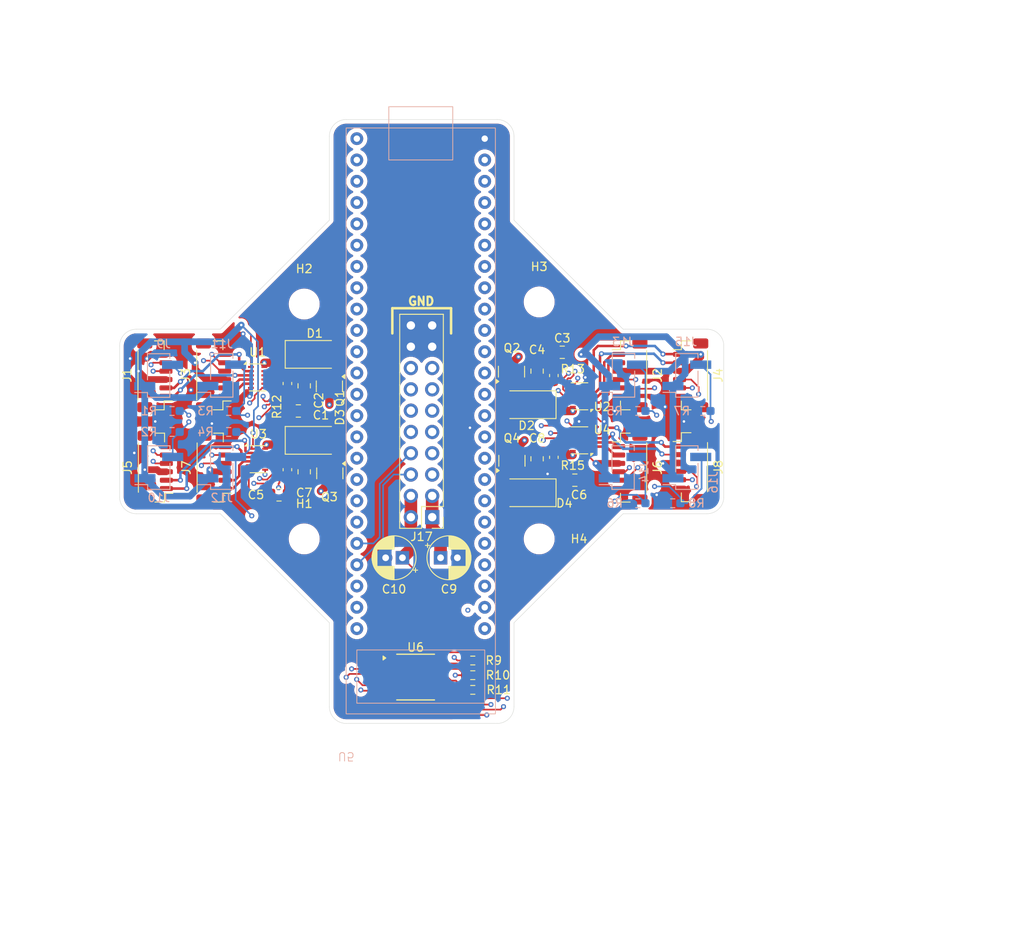
<source format=kicad_pcb>
(kicad_pcb (version 20240108) (generator "pcbnew") (generator_version "8.0")
  (layers (0 "F.Cu" signal) (1 "In1.Cu" signal) (2 "In2.Cu" signal) (31 "B.Cu" signal) (34 "B.Paste" user) (35 "F.Paste" user) (36 "B.SilkS" user "B.Silkscreen") (37 "F.SilkS" user "F.Silkscreen") (38 "B.Mask" user) (39 "F.Mask" user) (44 "Edge.Cuts" user))
  (net 0 "")
  (net 1 "GND")
  (net 2 "Net-(C1-Pad1)")
  (net 3 "/VM0")
  (net 4 "Net-(C3-Pad1)")
  (net 5 "/VM2")
  (net 6 "Net-(C5-Pad1)")
  (net 7 "Net-(C6-Pad1)")
  (net 8 "/VM1")
  (net 9 "/VM3")
  (net 10 "Net-(D1-A)")
  (net 11 "Net-(D2-A)")
  (net 12 "Net-(D3-A)")
  (net 13 "Net-(D4-A)")
  (net 14 "+3.3V")
  (net 15 "/MA_00")
  (net 16 "/EB_00")
  (net 17 "/MB_00")
  (net 18 "/EA_00")
  (net 19 "/EB_20")
  (net 20 "/MB_20")
  (net 21 "/MA_20")
  (net 22 "/EA_20")
  (net 23 "/MB_01")
  (net 24 "/EB_01")
  (net 25 "/MA_01")
  (net 26 "/EA_01")
  (net 27 "/EA_21")
  (net 28 "/MB_21")
  (net 29 "/EB_21")
  (net 30 "/MA_21")
  (net 31 "/EA_10")
  (net 32 "/EB_10")
  (net 33 "/MB_10")
  (net 34 "/MA_10")
  (net 35 "/MA_30")
  (net 36 "/EA_30")
  (net 37 "/MB_30")
  (net 38 "/EB_30")
  (net 39 "/EA_11")
  (net 40 "/EB_11")
  (net 41 "/MA_11")
  (net 42 "/MB_11")
  (net 43 "/EB_31")
  (net 44 "/MB_31")
  (net 45 "/MA_31")
  (net 46 "/EA_31")
  (net 47 "/SW_00")
  (net 48 "/SW_01")
  (net 49 "/SW_10")
  (net 50 "/SW_11")
  (net 51 "/SW_20")
  (net 52 "/SW_21")
  (net 53 "/SW_30")
  (net 54 "/SW_31")
  (net 55 "/FPGA0")
  (net 56 "/FPGA1")
  (net 57 "/FPGA3")
  (net 58 "/FPGA2")
  (net 59 "+12V")
  (net 60 "/SDA")
  (net 61 "/SCL")
  (net 62 "Net-(U6-NINT)")
  (net 63 "/INA_01")
  (net 64 "/INA_00")
  (net 65 "/INB_00")
  (net 66 "/INB_01")
  (net 67 "/INA_21")
  (net 68 "/INB_20")
  (net 69 "/INA_20")
  (net 70 "/INB_21")
  (net 71 "/INB_11")
  (net 72 "/INA_11")
  (net 73 "/INB_10")
  (net 74 "/INA_10")
  (net 75 "/INA_30")
  (net 76 "/INB_31")
  (net 77 "/INB_30")
  (net 78 "/INA_31")
  (net 80 "/FPGA9")
  (net 81 "/FPGA5")
  (net 83 "/FPGA6")
  (net 84 "/FPGA4")
  (net 85 "/FPGA8")
  (net 86 "/FPGA7")
  (footprint "MountingHole:MountingHole_3.2mm_M3" (layer "F.Cu") (at 72 102)
    (property "Reference" "H1")
    (property "Value" "MountingHole")
  )
  (footprint "Capacitor_THT:CP_Radial_D5.0mm_P2.00mm" (layer "F.Cu") (at 88.25 104.25)
    (property "Reference" "C9")
    (property "Value" "22uF")
  )
  (footprint "Capacitor_SMD:C_0603_1608Metric" (layer "F.Cu") (at 101.75 92.275 -90)
    (property "Reference" "R15")
    (property "Value" "1R")
  )
  (footprint "Connector_PinHeader_2.54mm:PinHeader_2x10_P2.54mm_Vertical" (layer "F.Cu") (at 87.25 99.41 180)
    (property "Reference" "J17")
    (property "Value" "Conn_02x10_Odd_Even")
  )
  (footprint "Capacitor_SMD:C_0805_2012Metric" (layer "F.Cu") (at 72 94 -90)
    (property "Reference" "C7")
    (property "Value" "0.1uF")
  )
  (footprint "Capacitor_SMD:C_0603_1608Metric" (layer "F.Cu") (at 70 83.475 -90)
    (property "Reference" "R12")
    (property "Value" "1R")
  )
  (footprint "MountingHole:MountingHole_3.2mm_M3" (layer "F.Cu") (at 100 102)
    (property "Reference" "H4")
    (property "Value" "MountingHole")
  )
  (footprint "Package_DFN_QFN:TDFN-12_2x3mm_P0.5mm" (layer "F.Cu") (at 104.8 85 180)
    (property "Reference" "U2")
    (property "Value" "~")
  )
  (footprint "Connector_JST:JST_SH_BM06B-SRSS-TB_1x06-1MP_P1.00mm_Vertical" (layer "F.Cu") (at 54.2 82.5 90)
    (property "Reference" "J1")
    (property "Value" "Conn_01x06")
  )
  (footprint "Connector_JST:JST_SH_BM06B-SRSS-TB_1x06-1MP_P1.00mm_Vertical" (layer "F.Cu") (at 61.2 82.5 90)
    (property "Reference" "J3")
    (property "Value" "Conn_01x06")
  )
  (footprint "Diode_SMD:D_SMA" (layer "F.Cu") (at 98.5 86 180)
    (property "Reference" "D2")
    (property "Value" "D")
  )
  (footprint "Capacitor_SMD:C_0603_1608Metric" (layer "F.Cu") (at 70 93.75 -90)
    (property "Reference" "R14" (hide yes))
    (property "Value" "1R")
  )
  (footprint "Package_TO_SOT_SMD:SOT-23" (layer "F.Cu") (at 96.7 82.0625 90)
    (property "Reference" "Q2")
    (property "Value" "DNBT8105-7")
  )
  (footprint "Connector_JST:JST_SH_BM06B-SRSS-TB_1x06-1MP_P1.00mm_Vertical" (layer "F.Cu") (at 118.05 82.5 -90)
    (property "Reference" "J4")
    (property "Value" "Conn_01x06")
  )
  (footprint "Package_DFN_QFN:TDFN-12_2x3mm_P0.5mm" (layer "F.Cu") (at 66.55 92.5)
    (property "Reference" "U3")
    (property "Value" "~")
  )
  (footprint "MountingHole:MountingHole_3.2mm_M3" (layer "F.Cu") (at 100 73.75)
    (property "Reference" "H3")
    (property "Value" "MountingHole")
  )
  (footprint "Resistor_SMD:R_0603_1608Metric_Pad0.98x0.95mm_HandSolder" (layer "F.Cu") (at 92.0875 116.5 180)
    (property "Reference" "R9")
    (property "Value" "2.2k")
  )
  (footprint "Capacitor_SMD:C_0805_2012Metric" (layer "F.Cu") (at 102.75 79.75)
    (property "Reference" "C3")
    (property "Value" "10uF")
  )
  (footprint "Package_TO_SOT_SMD:SOT-23" (layer "F.Cu") (at 96.75 92.6875 90)
    (property "Reference" "Q4")
    (property "Value" "DNBT8105-7")
  )
  (footprint "Package_DFN_QFN:TDFN-12_2x3mm_P0.5mm" (layer "F.Cu") (at 104.8 90.25 180)
    (property "Reference" "U4")
    (property "Value" "~")
  )
  (footprint "Capacitor_SMD:C_0805_2012Metric" (layer "F.Cu") (at 99.75 82 90)
    (property "Reference" "C4")
    (property "Value" "0.1uF")
  )
  (footprint "Package_DFN_QFN:TDFN-12_2x3mm_P0.5mm" (layer "F.Cu") (at 66.45 82.75)
    (property "Reference" "U1")
    (property "Value" "~")
  )
  (footprint "Connector_JST:JST_SH_BM06B-SRSS-TB_1x06-1MP_P1.00mm_Vertical" (layer "F.Cu") (at 61.25 93.5 90)
    (property "Reference" "J7")
    (property "Value" "Conn_01x06")
  )
  (footprint "Diode_SMD:D_SMA" (layer "F.Cu") (at 98.5 96.5 180)
    (property "Reference" "D4")
    (property "Value" "D")
  )
  (footprint "Capacitor_SMD:C_0805_2012Metric" (layer "F.Cu") (at 69 96.75 180)
    (property "Reference" "C5")
    (property "Value" "10uF")
  )
  (footprint "Resistor_SMD:R_0603_1608Metric_Pad0.98x0.95mm_HandSolder" (layer "F.Cu") (at 92.0875 118.25 180)
    (property "Reference" "R10")
    (property "Value" "2.2k")
  )
  (footprint "Capacitor_SMD:C_0805_2012Metric" (layer "F.Cu") (at 104.25 95)
    (property "Reference" "C6")
    (property "Value" "10uF")
  )
  (footprint "Package_SO:TSSOP-16-1EP_4.4x5mm_P0.65mm" (layer "F.Cu") (at 85.275 118.475)
    (property "Reference" "U6")
    (property "Value" "~")
  )
  (footprint "MountingHole:MountingHole_3.2mm_M3" (layer "F.Cu") (at 72 74)
    (property "Reference" "H2")
    (property "Value" "MountingHole")
  )
  (footprint "Connector_JST:JST_SH_BM06B-SRSS-TB_1x06-1MP_P1.00mm_Vertical" (layer "F.Cu") (at 118.05 93.45 -90)
    (property "Reference" "J8")
    (property "Value" "Conn_01x06")
  )
  (footprint "Capacitor_SMD:C_0603_1608Metric" (layer "F.Cu") (at 101.75 82.525 90)
    (property "Reference" "R13")
    (property "Value" "1R")
  )
  (footprint "Package_TO_SOT_SMD:SOT-23" (layer "F.Cu") (at 75 83.8125 -90)
    (property "Reference" "Q1")
    (property "Value" "DNBT8105-7")
  )
  (footprint "Diode_SMD:D_SMA" (layer "F.Cu") (at 73.25 90.25)
    (property "Reference" "D3")
    (property "Value" "D")
  )
  (footprint "Connector_JST:JST_SH_BM06B-SRSS-TB_1x06-1MP_P1.00mm_Vertical" (layer "F.Cu") (at 110.8 82.5 -90)
    (property "Reference" "J2")
    (property "Value" "Conn_01x06")
  )
  (footprint "Connector_JST:JST_SH_BM06B-SRSS-TB_1x06-1MP_P1.00mm_Vertical" (layer "F.Cu") (at 110.8 93.5 -90)
    (property "Reference" "J6")
    (property "Value" "Conn_01x06")
  )
  (footprint "Connector_JST:JST_SH_BM06B-SRSS-TB_1x06-1MP_P1.00mm_Vertical" (layer "F.Cu") (at 54.25 93.5 90)
    (property "Reference" "J5")
    (property "Value" "Conn_01x06")
  )
  (footprint "Diode_SMD:D_SMA" (layer "F.Cu") (at 73.25 80)
    (property "Reference" "D1")
    (property "Value" "D")
  )
  (footprint "Capacitor_SMD:C_0805_2012Metric" (layer "F.Cu") (at 71.3 86.75)
    (property "Reference" "C1")
    (property "Value" "10uF")
  )
  (footprint "Capacitor_SMD:C_0805_2012Metric" (layer "F.Cu") (at 72 83.75 -90)
    (property "Reference" "C2")
    (property "Value" "0.1uF")
  )
  (footprint "Capacitor_THT:CP_Radial_D5.0mm_P2.00mm" (layer "F.Cu") (at 83.705113 104.25 180)
    (property "Reference" "C10")
    (property "Value" "22uF")
  )
  (footprint "Package_TO_SOT_SMD:SOT-23" (layer "F.Cu") (at 75.05 94.1875 -90)
    (property "Reference" "Q3")
    (property "Value" "DNBT8105-7")
  )
  (footprint "Resistor_SMD:R_0603_1608Metric_Pad0.98x0.95mm_HandSolder" (layer "F.Cu") (at 92.0875 120 180)
    (property "Reference" "R11")
    (property "Value" "2.2k")
  )
  (footprint "Capacitor_SMD:C_0805_2012Metric" (layer "F.Cu") (at 99.75 92.45 -90)
    (property "Reference" "C8")
    (property "Value" "0.1uF")
  )
  (footprint "Connector_PinHeader_2.54mm:PinHeader_1x02_P2.54mm_Vertical_SMD_Pin1Left" (layer "B.Cu") (at 54.655 82.52)
    (property "Reference" "J9")
    (property "Value" "Conn_01x02")
  )
  (footprint "Connector_PinHeader_2.54mm:PinHeader_1x02_P2.54mm_Vertical_SMD_Pin1Left" (layer "B.Cu") (at 62.175 82.5)
    (property "Reference" "J11")
    (property "Value" "Conn_01x02")
  )
  (footprint "Connector_PinHeader_2.54mm:PinHeader_1x02_P2.54mm_Vertical_SMD_Pin1Left" (layer "B.Cu") (at 110.05 82.5)
    (property "Reference" "J13")
    (property "Value" "Conn_01x02")
  )
  (footprint "Resistor_SMD:R_0603_1608Metric_Pad0.98x0.95mm_HandSolder" (layer "B.Cu") (at 63 86.75 180)
    (property "Reference" "R3")
    (property "Value" "10k")
  )
  (footprint "Connector_PinHeader_2.54mm:PinHeader_1x02_P2.54mm_Vertical_SMD_Pin1Left" (layer "B.Cu") (at 54.675 93.5)
    (property "Reference" "J10")
    (property "Value" "Conn_01x02")
  )
  (footprint "CMOD_FPGA:CMODA7" (layer "B.Cu") (at 77 122.86)
    (property "Reference" "U5")
    (property "Value" "~")
  )
  (footprint "Resistor_SMD:R_0603_1608Metric_Pad0.98x0.95mm_HandSolder" (layer "B.Cu") (at 111.75 97.75 180)
    (property "Reference" "R6")
    (property "Value" "10k")
  )
  (footprint "Resistor_SMD:R_0603_1608Metric_Pad0.98x0.95mm_HandSolder" (layer "B.Cu") (at 56.25 89.25 180)
    (property "Reference" "R2")
    (property "Value" "10k")
  )
  (footprint "Connector_PinHeader_2.54mm:PinHeader_1x02_P2.54mm_Vertical_SMD_Pin1Left" (layer "B.Cu") (at 110 93.5)
    (property "Reference" "J14")
    (property "Value" "Conn_01x02")
  )
  (footprint "Connector_PinHeader_2.54mm:PinHeader_1x02_P2.54mm_Vertical_SMD_Pin1Left" (layer "B.Cu") (at 62.175 93.5)
    (property "Reference" "J12")
    (property "Value" "Conn_01x02")
  )
  (footprint "Resistor_SMD:R_0603_1608Metric_Pad0.98x0.95mm_HandSolder" (layer "B.Cu") (at 115.9125 97.75 180)
    (property "Reference" "R8")
    (property "Value" "10k")
  )
  (footprint "Connector_PinHeader_2.54mm:PinHeader_1x02_P2.54mm_Vertical_SMD_Pin1Left" (layer "B.Cu") (at 117.595 93.5)
    (property "Reference" "J16")
    (property "Value" "Conn_01x02")
  )
  (footprint "Resistor_SMD:R_0603_1608Metric_Pad0.98x0.95mm_HandSolder" (layer "B.Cu") (at 56.25 86.75 180)
    (property "Reference" "R1")
    (property "Value" "10k")
  )
  (footprint "Resistor_SMD:R_0603_1608Metric_Pad0.98x0.95mm_HandSolder" (layer "B.Cu") (at 119.5 86.75 180)
    (property "Reference" "R7")
    (property "Value" "10k")
  )
  (footprint "Resistor_SMD:R_0603_1608Metric_Pad0.98x0.95mm_HandSolder" (layer "B.Cu") (at 111.75 86.75 180)
    (property "Reference" "R5")
    (property "Value" "10k")
  )
  (footprint "Resistor_SMD:R_0603_1608Metric_Pad0.98x0.95mm_HandSolder" (layer "B.Cu") (at 63 89.25 180)
    (property "Reference" "R4")
    (property "Value" "10k")
  )
  (footprint "Connector_PinHeader_2.54mm:PinHeader_1x02_P2.54mm_Vertical_SMD_Pin1Left" (layer "B.Cu") (at 117.595 82.5)
    (property "Reference" "J15")
    (property "Value" "Conn_01x02")
  )
  (gr_line (start 82.5 74.5) (end 89.5 74.5) (stroke (width 0.3)) (layer "F.SilkS"))
  (gr_line (start 82.5 74.5) (end 82.5 77.5) (stroke (width 0.3)) (layer "F.SilkS"))
  (gr_line (start 89.5 74.5) (end 89.5 77.5) (stroke (width 0.3)) (layer "F.SilkS"))
  (gr_line (start 52 99) (end 62 99) (stroke (width 0.05)) (layer "Edge.Cuts"))
  (gr_arc (start 50 79) (mid 50.585786 77.585786) (end 52 77) (stroke (width 0.05)) (layer "Edge.Cuts"))
  (gr_line (start 97 54) (end 97 64) (stroke (width 0.05)) (layer "Edge.Cuts"))
  (gr_line (start 52 77) (end 62 77) (stroke (width 0.05)) (layer "Edge.Cuts"))
  (gr_line (start 62 99) (end 75 112) (stroke (width 0.05)) (layer "Edge.Cuts"))
  (gr_arc (start 97 122) (mid 96.414214 123.414214) (end 95 124) (stroke (width 0.05)) (layer "Edge.Cuts"))
  (gr_line (start 75 54) (end 75 64) (stroke (width 0.05)) (layer "Edge.Cuts"))
  (gr_line (start 122 79) (end 122 97) (stroke (width 0.05)) (layer "Edge.Cuts"))
  (gr_line (start 75 122) (end 75 112) (stroke (width 0.05)) (layer "Edge.Cuts"))
  (gr_arc (start 77 124) (mid 75.585786 123.414214) (end 75 122) (stroke (width 0.05)) (layer "Edge.Cuts"))
  (gr_arc (start 75 54) (mid 75.585786 52.585786) (end 77 52) (stroke (width 0.05)) (layer "Edge.Cuts"))
  (gr_line (start 75 64) (end 62 77) (stroke (width 0.05)) (layer "Edge.Cuts"))
  (gr_line (start 120 77) (end 110 77) (stroke (width 0.05)) (layer "Edge.Cuts"))
  (gr_arc (start 52 99) (mid 50.585786 98.414214) (end 50 97) (stroke (width 0.05)) (layer "Edge.Cuts"))
  (gr_line (start 77 124) (end 95 124) (stroke (width 0.05)) (layer "Edge.Cuts"))
  (gr_arc (start 122 97) (mid 121.414214 98.414214) (end 120 99) (stroke (width 0.05)) (layer "Edge.Cuts"))
  (gr_line (start 120 99) (end 110 99) (stroke (width 0.05)) (layer "Edge.Cuts"))
  (gr_line (start 50 79) (end 50 97) (stroke (width 0.05)) (layer "Edge.Cuts"))
  (gr_line (start 77 52) (end 95 52) (stroke (width 0.05)) (layer "Edge.Cuts"))
  (gr_arc (start 120 77) (mid 121.414214 77.585786) (end 122 79) (stroke (width 0.05)) (layer "Edge.Cuts"))
  (gr_line (start 97 122) (end 97 112) (stroke (width 0.05)) (layer "Edge.Cuts"))
  (gr_arc (start 95 52) (mid 96.414214 52.585786) (end 97 54) (stroke (width 0.05)) (layer "Edge.Cuts"))
  (gr_line (start 97 112) (end 110 99) (stroke (width 0.05)) (layer "Edge.Cuts"))
  (gr_line (start 110 77) (end 97 64) (stroke (width 0.05)) (layer "Edge.Cuts"))
  (gr_text "GND" (at 84.25 74.25 0) (layer "F.SilkS") (effects (font (size 1 1) (thickness 0.25) (bold yes)) (justify left bottom)))
  (segment (start 105.6 89) (end 105.6 88.85) (width 0.2) (layer "F.Cu") (net 1))
  (segment (start 105.6 82.85) (end 105.6 83.75) (width 0.2) (layer "F.Cu") (net 1))
  (segment (start 53.715275 80) (end 53.232637 80.482638) (width 0.8) (layer "F.Cu") (net 1))
  (segment (start 64.712132 77.560662) (end 64.712132 77.812868) (width 0.2) (layer "F.Cu") (net 1))
  (segment (start 64.712132 77.812868) (end 62.525 80) (width 0.2) (layer "F.Cu") (net 1))
  (segment (start 65.65 84) (end 65.65 84.85) (width 0.2) (layer "F.Cu") (net 1))
  (segment (start 105.5 82.75) (end 105.6 82.85) (width 0.2) (layer "F.Cu") (net 1))
  (segment (start 105.6 88.85) (end 104.75 88) (width 0.2) (layer "F.Cu") (net 1))
  (segment (start 65.4 96.15) (end 66 96.75) (width 0.2) (layer "F.Cu") (net 1))
  (segment (start 65.5 85) (end 65.65 84.85) (width 0.2) (layer "F.Cu") (net 1))
  (segment (start 55.525 80) (end 53.715275 80) (width 0.8) (layer "F.Cu") (net 1))
  (segment (start 65.75 93.75) (end 65.4 94.1) (width 0.2) (layer "F.Cu") (net 1))
  (segment (start 66 96.75) (end 68.05 96.75) (width 0.2) (layer "F.Cu") (net 1))
  (segment (start 65.4 94.1) (end 65.4 96.15) (width 0.2) (layer "F.Cu") (net 1))
  (via (at 114 96.75) (size 0.6) (drill 0.3) (layers "F.Cu" "B.Cu") (net 1))
  (via (at 51.75 91.75) (size 0.6) (drill 0.3) (layers "F.Cu" "B.Cu") (net 1))
  (via (at 54.25 88) (size 0.6) (drill 0.3) (layers "F.Cu" "B.Cu") (net 1))
  (via (at 65.5 85) (size 0.6) (drill 0.3) (layers "F.Cu" "B.Cu") (net 1))
  (via (at 51.25 80.5) (size 0.6) (drill 0.3) (layers "F.Cu" "B.Cu") (net 1))
  (via (at 104.75 88) (size 0.6) (drill 0.3) (layers "F.Cu" "B.Cu") (net 1))
  (via (at 64.712132 77.560662) (size 0.6) (drill 0.3) (layers "F.Cu" "B.Cu") (net 1))
  (via (at 117.25 88) (size 0.6) (drill 0.3) (layers "F.Cu" "B.Cu") (net 1))
  (via (at 109 86.75) (size 0.6) (drill 0.3) (layers "F.Cu" "B.Cu") (net 1))
  (via (at 101 94.25) (size 0.6) (drill 0.3) (layers "F.Cu" "B.Cu") (net 1))
  (via (at 115 86.25) (size 0.6) (drill 0.3) (layers "F.Cu" "B.Cu") (net 1))
  (via (at 105.5 82.75) (size 0.6) (drill 0.3) (layers "F.Cu" "B.Cu") (net 1))
  (via (at 58.5 84.25) (size 0.6) (drill 0.3) (layers "F.Cu" "B.Cu") (net 1))
  (via (at 91.75 88.75) (size 0.6) (drill 0.3) (layers "F.Cu" "B.Cu") (net 1))
  (via (at 61 88.25) (size 0.6) (drill 0.3) (layers "F.Cu" "B.Cu") (net 1))
  (via (at 53.25 80.5) (size 0.6) (drill 0.3) (layers "F.Cu" "B.Cu") (net 1))
  (segment (start 62.05 87.2) (end 61 88.25) (width 0.2) (layer "B.Cu") (net 1))
  (segment (start 115 97.75) (end 114 96.75) (width 0.2) (layer "B.Cu") (net 1))
  (segment (start 62.05 86.75) (end 62.05 87.2) (width 0.2) (layer "B.Cu") (net 1))
  (segment (start 70 84.25) (end 70 86.4) (width 0.8) (layer "F.Cu") (net 2))
  (segment (start 70 86.4) (end 70.35 86.75) (width 0.8) (layer "F.Cu") (net 2))
  (segment (start 68.75 81) (end 70 82.25) (width 1) (layer "F.Cu") (net 3))
  (segment (start 71.25 80) (end 71.25 82.05) (width 1) (layer "F.Cu") (net 3))
  (segment (start 72 82.8) (end 73.975 82.8) (width 1) (layer "F.Cu") (net 3))
  (segment (start 67.25 81) (end 68.75 81) (width 1) (layer "F.Cu") (net 3))
  (segment (start 67.25 81.5) (end 67.25 81) (width 0.2) (layer "F.Cu") (net 3))
  (segment (start 71.9 82.7) (end 72 82.8) (width 1) (layer "F.Cu") (net 3))
  (segment (start 71.25 82.05) (end 72 82.8) (width 1) (layer "F.Cu") (net 3))
  (segment (start 73.975 82.8) (end 74.05 82.875) (width 1) (layer "F.Cu") (net 3))
  (segment (start 70 82.7) (end 71.9 82.7) (width 1) (layer "F.Cu") (net 3))
  (segment (start 70 82.25) (end 70 82.7) (width 1) (layer "F.Cu") (net 3))
  (via (at 67.25 81) (size 0.6) (drill 0.3) (layers "F.Cu" "B.Cu") (net 3))
  (segment (start 101.8 79.75) (end 101.8 81.7) (width 0.8) (layer "F.Cu") (net 4))
  (segment (start 101.8 81.7) (end 101.75 81.75) (width 0.8) (layer "F.Cu") (net 4))
  (segment (start 104 86.25) (end 104 86.75) (width 0.2) (layer "F.Cu") (net 5))
  (segment (start 97.7 82.95) (end 97.65 83) (width 1) (layer "F.Cu") (net 5))
  (segment (start 97.65 83) (end 97.65 83.15) (width 1) (layer "F.Cu") (net 5))
  (segment (start 101.25 86.75) (end 100.5 86) (width 1) (layer "F.Cu") (net 5))
  (segment (start 104 86.75) (end 101.25 86.75) (width 1) (layer "F.Cu") (net 5))
  (segment (start 101.4 82.95) (end 101.75 83.3) (width 1) (layer "F.Cu") (net 5))
  (segment (start 99.75 82.95) (end 97.7 82.95) (width 1) (layer "F.Cu") (net 5))
  (segment (start 97.65 83.15) (end 100.5 86) (width 1) (layer "F.Cu") (net 5))
  (segment (start 99.75 82.95) (end 101.4 82.95) (width 1) (layer "F.Cu") (net 5))
  (via (at 104 86.75) (size 0.6) (drill 0.3) (layers "F.Cu" "B.Cu") (net 5))
  (segment (start 70 96.7) (end 69.95 96.75) (width 0.8) (layer "F.Cu") (net 6))
  (segment (start 70 94.525) (end 70 96.7) (width 0.8) (layer "F.Cu") (net 6))
  (segment (start 101.75 93.45) (end 103.3 95) (width 0.8) (layer "F.Cu") (net 7))
  (segment (start 101.75 93.05) (end 101.75 93.45) (width 0.8) (layer "F.Cu") (net 7))
  (segment (start 70 92.975) (end 71.925 92.975) (width 1) (layer "F.Cu") (net 8))
  (segment (start 71.25 92.3) (end 72 93.05) (width 1) (layer "F.Cu") (net 8))
  (segment (start 68.420586 90.756372) (end 70 92.335786) (width 1) (layer "F.Cu") (net 8))
  (segment (start 70 92.335786) (end 70 92.975) (width 1) (layer "F.Cu") (net 8))
  (segment (start 71.925 92.975) (end 72 93.05) (width 1) (layer "F.Cu") (net 8))
  (segment (start 67.35 90.912744) (end 67.35 91.25) (width 0.2) (layer "F.Cu") (net 8))
  (segment (start 73.9 93.05) (end 74.1 93.25) (width 1) (layer "F.Cu") (net 8))
  (segment (start 72 93.05) (end 73.9 93.05) (width 1) (layer "F.Cu") (net 8))
  (segment (start 67.506372 90.756372) (end 68.420586 90.756372) (width 1) (layer "F.Cu") (net 8))
  (segment (start 67.506372 90.756372) (end 67.35 90.912744) (width 0.2) (layer "F.Cu") (net 8))
  (segment (start 71.25 90.25) (end 71.25 92.3) (width 1) (layer "F.Cu") (net 8))
  (via (at 67.506372 90.756372) (size 0.6) (drill 0.3) (layers "F.Cu" "B.Cu") (net 8))
  (segment (start 103.988603 92.011397) (end 104 92) (width 0.2) (layer "F.Cu") (net 9))
  (segment (start 97.7 93.625) (end 97.7 93.7) (width 1) (layer "F.Cu") (net 9))
  (segment (start 99.75 91.5) (end 101.75 91.5) (width 1) (layer "F.Cu") (net 9))
  (segment (start 102.95 91.5) (end 103.461397 92.011397) (width 1) (layer "F.Cu") (net 9))
  (segment (start 104 92) (end 104 91.5) (width 0.2) (layer "F.Cu") (net 9))
  (segment (start 99.025 91.5) (end 97.7 92.825) (width 1) (layer "F.Cu") (net 9))
  (segment (start 97.7 92.825) (end 97.7 93.625) (width 1) (layer "F.Cu") (net 9))
  (segment (start 101.75 91.5) (end 102.95 91.5) (width 1) (layer "F.Cu") (net 9))
  (segment (start 103.461397 92.011397) (end 103.988603 92.011397) (width 1) (layer "F.Cu") (net 9))
  (segment (start 99.75 91.5) (end 99.025 91.5) (width 1) (layer "F.Cu") (net 9))
  (segment (start 97.7 93.7) (end 100.5 96.5) (width 1) (layer "F.Cu") (net 9))
  (via (at 103.988603 92.011397) (size 0.6) (drill 0.3) (layers "F.Cu" "B.Cu") (net 9))
  (segment (start 75.25 82.175) (end 75.95 82.875) (width 0.8) (layer "F.Cu") (net 10))
  (segment (start 75.25 80) (end 75.25 82.175) (width 0.8) (layer "F.Cu") (net 10))
  (segment (start 96.5 83.75) (end 95.75 83) (width 1) (layer "F.Cu") (net 11))
  (segment (start 96.5 86) (end 96.5 83.75) (width 1) (layer "F.Cu") (net 11))
  (segment (start 75.25 92.5) (end 76 93.25) (width 0.8) (layer "F.Cu") (net 12))
  (segment (start 75.25 90.25) (end 75.25 92.5) (width 0.8) (layer "F.Cu") (net 12))
  (segment (start 96.5 96.5) (end 96.5 94.325) (width 1) (layer "F.Cu") (net 13))
  (segment (start 96.5 94.325) (end 95.8 93.625) (width 1) (layer "F.Cu") (net 13))
  (segment (start 87.755113 115.894887) (end 87.755113 108.3) (width 0.2) (layer "F.Cu") (net 14))
  (segment (start 119.25 80.314816) (end 119.25 80) (width 0.8) (layer "F.Cu") (net 14))
  (segment (start 87.755113 108.3) (end 83.705113 104.25) (width 0.2) (layer "F.Cu") (net 14))
  (segment (start 106.75 93) (end 109.475 93) (width 0.8) (layer "F.Cu") (net 14))
  (segment (start 65.898111 90.776889) (end 65.75 90.925) (width 0.2) (layer "F.Cu") (net 14))
  (segment (start 93 116.5) (end 92.025 115.525) (width 0.2) (layer "F.Cu") (net 14))
  (segment (start 116.725 82) (end 117.564816 82) (width 0.8) (layer "F.Cu") (net 14))
  (segment (start 65.65 81.5) (end 65.65 77.65) (width 0.2) (layer "F.Cu") (net 14))
  (segment (start 105.6 91.85) (end 106.75 93) (width 0.2) (layer "F.Cu") (net 14))
  (segment (start 59 81) (end 59 81.75) (width 0.8) (layer "F.Cu") (net 14))
  (segment (start 105.6 86.25) (end 107.35 88) (width 0.2) (layer "F.Cu") (net 14))
  (segment (start 114 82) (end 109.475 82) (width 0.8) (layer "F.Cu") (net 14))
  (segment (start 84.71 103.245113) (end 83.705113 104.25) (width 1.5) (layer "F.Cu") (net 14))
  (segment (start 107.35 88) (end 107.75 88) (width 0.2) (layer "F.Cu") (net 14))
  (segment (start 92.025 115.525) (end 88.725 115.525) (width 0.2) (layer "F.Cu") (net 14))
  (segment (start 60.25 83) (end 62.525 83) (width 0.8) (layer "F.Cu") (net 14))
  (segment (start 65.65 77.65) (end 64.5 76.5) (width 0.2) (layer "F.Cu") (net 14))
  (segment (start 117.564816 82) (end 119.25 80.314816) (width 0.8) (layer "F.Cu") (net 14))
  (segment (start 105.6 91.5) (end 105.6 91.85) (width 0.2) (layer "F.Cu") (net 14))
  (segment (start 59 81.75) (end 60.25 83) (width 0.8) (layer "F.Cu") (net 14))
  (segment (start 114.75 93) (end 115.835184 93) (width 0.8) (layer "F.Cu") (net 14))
  (segment (start 93 120) (end 93 116.5) (width 0.2) (layer "F.Cu") (net 14))
  (segment (start 84.71 99.71) (end 84.71 96.87) (width 1.5) (layer "F.Cu") (net 14))
  (segment (start 54.485184 93.75) (end 54.735184 94) (width 0.8) (layer "F.Cu") (net 14))
  (segment (start 88.05 116.2) (end 87.75 115.9) (width 0.2) (layer "F.Cu") (net 14))
  (segment (start 61 94) (end 62.575 94) (width 0.8) (layer "F.Cu") (net 14))
  (segment (start 84.71 99.41) (end 84.71 103.245113) (width 1.5) (layer "F.Cu") (net 14))
  (segment (start 54.735184 94) (end 55.575 94) (width 0.8) (layer "F.Cu") (net 14))
  (segment (start 65.75 90.925) (end 65.75 91.25) (width 0.2) (layer "F.Cu") (net 14))
  (segment (start 87.75 115.9) (end 87.755113 115.894887) (width 0.2) (layer "F.Cu") (net 14))
  (segment (start 115.835184 93) (end 115.885184 92.95) (width 0.8) (layer "F.Cu") (net 14))
  (segment (start 53 93.75) (end 54.485184 93.75) (width 0.8) (layer "F.Cu") (net 14))
  (segment (start 60.75 93.75) (end 61 94) (width 0.8) (layer "F.Cu") (net 14))
  (segment (start 88.725 115.525) (end 88.05 116.2) (width 0.2) (layer "F.Cu") (net 14))
  (segment (start 53.25 83) (end 55.525 83) (width 0.8) (layer "F.Cu") (net 14))
  (segment (start 115.885184 92.95) (end 116.725 92.95) (width 0.8) (layer "F.Cu") (net 14))
  (segment (start 52.25 82) (end 53.25 83) (width 0.8) (layer "F.Cu") (net 14))
  (segment (start 65.898111 89.35) (end 65.898111 90.776889) (width 0.2) (layer "F.Cu") (net 14))
  (via (at 105 80) (size 0.6) (drill 0.3) (layers "F.Cu" "B.Cu") (net 14))
  (via (at 59 81) (size 0.6) (drill 0.3) (layers "F.Cu" "B.Cu") (net 14))
  (via (at 53 93.75) (size 0.6) (drill 0.3) (layers "F.Cu" "B.Cu") (net 14))
  (via (at 60.75 93.75) (size 0.6) (drill 0.3) (layers "F.Cu" "B.Cu") (net 14))
  (via (at 107.75 88) (size 0.6) (drill 0.3) (layers "F.Cu" "B.Cu") (net 14))
  (via (at 114.75 93) (size 0.6) (drill 0.3) (layers "F.Cu" "B.Cu") (net 14))
  (via (at 52.25 82) (size 0.6) (drill 0.3) (layers "F.Cu" "B.Cu") (net 14))
  (via (at 106.75 93) (size 0.6) (drill 0.3) (layers "F.Cu" "B.Cu") (net 14))
  (via (at 114 82) (size 0.6) (drill 0.3) (layers "F.Cu" "B.Cu") (net 14))
  (via (at 65.898111 89.35) (size 0.6) (drill 0.3) (layers "F.Cu" "B.Cu") (net 14))
  (via (at 64.5 76.5) (size 0.6) (drill 0.3) (layers "F.Cu" "B.Cu") (net 14))
  (via (at 119.25 80) (size 0.6) (drill 0.3) (layers "F.Cu" "B.Cu") (net 14))
  (segment (start 64.5 76.5) (end 62.5 78.5) (width 0.8) (layer "B.Cu") (net 14))
  (segment (start 55.15 96.9) (end 58.39 96.9) (width 0.8) (layer "B.Cu") (net 14))
  (segment (start 115.15 77.9) (end 117.395 80.145) (width 0.8) (layer "B.Cu") (net 14))
  (segment (start 59 81) (end 57.75 79.75) (width 0.8) (layer "B.Cu") (net 14))
  (segment (start 119.25 80) (end 117.54 80) (width 0.8) (layer "B.Cu") (net 14))
  (segment (start 107.85 84.315) (end 107.85 94.275) (width 0.8) (layer "B.Cu") (net 14))
  (segment (start 106.75 93) (end 108.345 94.595) (width 0.8) (layer "B.Cu") (net 14))
  (segment (start 107.1 77.9) (end 115.15 77.9) (width 0.8) (layer "B.Cu") (net 14))
  (segment (start 117.54 80) (end 117.395 80.145) (width 0.8) (layer "B.Cu") (net 14))
  (segment (start 105.75 80) (end 108.395 82.645) (width 0.8) (layer "B.Cu") (net 14))
  (segment (start 66.5 78.5) (end 64.5 76.5) (width 0.2) (layer "B.Cu") (net 14))
  (segment (start 65.898111 89.35) (end 66 89.248111) (width 0.2) (layer "B.Cu") (net 14))
  (segment (start 52.25 83.04) (end 53 83.79) (width 0.8) (layer "B.Cu") (net 14))
  (segment (start 53 94.75) (end 53.02 94.77) (width 0.8) (layer "B.Cu") (net 14))
  (segment (start 66 86.676838) (end 66.5 86.176838) (width 0.2) (layer "B.Cu") (net 14))
  (segment (start 59.14 85.15) (end 60.52 83.77) (width 0.8) (layer "B.Cu") (net 14))
  (segment (start 53.75 78.5) (end 52.25 80) (width 0.8) (layer "B.Cu") (net 14))
  (segment (start 58.75 78.5) (end 57.75 78.5) (width 0.8) (layer "B.Cu") (net 14))
  (segment (start 108.395 82.645) (end 108.395 83.77) (width 0.8) (layer "B.Cu") (net 14))
  (segment (start 54.36 85.15) (end 59.14 85.15) (width 0.8) (layer "B.Cu") (net 14))
  (segment (start 53.02 94.77) (end 55.15 96.9) (width 0.8) (layer "B.Cu") (net 14))
  (segment (start 115.94 94.19) (end 115.94 94.77) (width 0.8) (layer "B.Cu") (net 14))
  (segment (start 53 83.79) (end 54.36 85.15) (width 0.8) (layer "B.Cu") (net 14))
  (segment (start 66 89.248111) (end 66 86.676838) (width 0.2) (layer "B.Cu") (net 14))
  (segment (start 53 92.75) (end 53 94.75) (width 0.8) (layer "B.Cu") (net 14))
  (segment (start 108.395 83.77) (end 107.85 84.315) (width 0.8) (layer "B.Cu") (net 14))
  (segment (start 114.75 93) (end 115.94 94.19) (width 0.8) (layer "B.Cu") (net 14))
  (segment (start 107.85 94.275) (end 108.345 94.77) (width 0.8) (layer "B.Cu") (net 14))
  (segment (start 117.395 82.315) (end 115.94 83.77) (width 0.8) (layer "B.Cu") (net 14))
  (segment (start 115.94 83.77) (end 115.94 94.77) (width 0.8) (layer "B.Cu") (net 14))
  (segment (start 115.54 82) (end 117.395 80.145) (width 0.8) (layer "B.Cu") (net 14))
  (segment (start 105 80) (end 105.75 80) (width 0.8) (layer "B.Cu") (net 14))
  (segment (start 52.25 80) (end 52.25 83.04) (width 0.8) (layer "B.Cu") (net 14))
  (segment (start 57.75 79.75) (end 57.75 78.5) (width 0.8) (layer "B.Cu") (net 14))
  (segment (start 53 83.79) (end 53 92.75) (width 0.8) (layer "B.Cu") (net 14))
  (segment (start 58.39 96.9) (end 60.52 94.77) (width 0.8) (layer "B.Cu") (net 14))
  (segment (start 57.75 78.5) (end 53.75 78.5) (width 0.8) (layer "B.Cu") (net 14))
  (segment (start 114 82) (end 115.54 82) (width 0.8) (layer "B.Cu") (net 14))
  (segment (start 108.345 94.595) (end 108.345 94.77) (width 0.8) (layer "B.Cu") (net 14))
  (segment (start 117.395 80.145) (end 117.395 82.315) (width 0.8) (layer "B.Cu") (net 14))
  (segment (start 66.5 86.176838) (end 66.5 78.5) (width 0.2) (layer "B.Cu") (net 14))
  (segment (start 60.75 94.54) (end 60.52 94.77) (width 0.8) (layer "B.Cu") (net 14))
  (segment (start 62.5 78.5) (end 58.75 78.5) (width 0.8) (layer "B.Cu") (net 14))
  (segment (start 105 80) (end 107.1 77.9) (width 0.8) (layer "B.Cu") (net 14))
  (segment (start 60.75 93.75) (end 60.75 94.54) (width 0.8) (layer "B.Cu") (net 14))
  (segment (start 56.5 85) (end 55.525 85) (width 0.3) (layer "F.Cu") (net 15))
  (segment (start 57.25 84.25) (end 56.5 85) (width 0.3) (layer "F.Cu") (net 15))
  (segment (start 65.65 82.5) (end 63.75 82.5) (width 0.3) (layer "F.Cu") (net 15))
  (via (at 63.75 82.5) (size 0.6) (drill 0.3) (layers "F.Cu" "B.Cu") (net 15))
  (via (at 57.25 84.25) (size 0.6) (drill 0.3) (layers "F.Cu" "B.Cu") (net 15))
  (segment (start 63.75 82.5) (end 59 82.5) (width 0.3) (layer "B.Cu") (net 15))
  (segment (start 59 82.5) (end 57.25 84.25) (width 0.3) (layer "B.Cu") (net 15))
  (segment (start 53.988068 81) (end 55.525 81) (width 0.2) (layer "F.Cu") (net 16))
  (segment (start 53.747017 81.241051) (end 53.988068 81) (width 0.2) (layer "F.Cu") (net 16))
  (via (at 53.747017 81.241051) (size 0.6) (drill 0.3) (layers "F.Cu" "B.Cu") (net 16))
  (segment (start 57.25 83.25) (end 56.5 84) (width 0.3) (layer "F.Cu") (net 17))
  (segment (start 64.25 81.275) (end 64.975 82) (width 0.3) (layer "F.Cu") (net 17))
  (segment (start 64.25 80) (end 64.25 81.275) (width 0.3) (layer "F.Cu") (net 17))
  (segment (start 56.5 84) (end 55.525 84) (width 0.3) (layer "F.Cu") (net 17))
  (segment (start 64.975 82) (end 65.65 82) (width 0.3) (layer "F.Cu") (net 17))
  (via (at 57.25 83.25) (size 0.6) (drill 0.3) (layers "F.Cu" "B.Cu") (net 17))
  (via (at 64.25 80) (size 0.6) (drill 0.3) (layers "F.Cu" "B.Cu") (net 17))
  (segment (start 61.919239 80) (end 59.919239 82) (width 0.3) (layer "B.Cu") (net 17))
  (segment (start 59.919239 82) (end 58.5 82) (width 0.3) (layer "B.Cu") (net 17))
  (segment (start 58.5 82) (end 57.25 83.25) (width 0.3) (layer "B.Cu") (net 17))
  (segment (start 64.25 80) (end 61.919239 80) (width 0.3) (layer "B.Cu") (net 17))
  (segment (start 54 82) (end 55.525 82) (width 0.2) (layer "F.Cu") (net 18))
  (via (at 54 82) (size 0.6) (drill 0.3) (layers "F.Cu" "B.Cu") (net 18))
  (segment (start 113.75 84) (end 113.65 84.1) (width 0.2) (layer "F.Cu") (net 19))
  (segment (start 109.575 84.1) (end 109.475 84) (width 0.2) (layer "F.Cu") (net 19))
  (segment (start 113.65 84.1) (end 109.575 84.1) (width 0.2) (layer "F.Cu") (net 19))
  (via (at 113.75 84) (size 0.6) (drill 0.3) (layers "F.Cu" "B.Cu") (net 19))
  (segment (start 107.25 85.75) (end 108.25 84.75) (width 0.3) (layer "F.Cu") (net 20))
  (segment (start 105.6 85.75) (end 107.25 85.75) (width 0.3) (layer "F.Cu") (net 20))
  (segment (start 108.25 81.25) (end 108.5 81) (width 0.3) (layer "F.Cu") (net 20))
  (segment (start 108.25 84.75) (end 108.25 81.25) (width 0.3) (layer "F.Cu") (net 20))
  (segment (start 108.5 81) (end 109.475 81) (width 0.3) (layer "F.Cu") (net 20))
  (segment (start 105.6 85.25) (end 106.75 85.25) (width 0.3) (layer "F.Cu") (net 21))
  (segment (start 107.75 80.950001) (end 108.700001 80) (width 0.3) (layer "F.Cu") (net 21))
  (segment (start 107.75 84.25) (end 107.75 80.950001) (width 0.3) (layer "F.Cu") (net 21))
  (segment (start 108.700001 80) (end 109.475 80) (width 0.3) (layer "F.Cu") (net 21))
  (segment (start 106.75 85.25) (end 107.75 84.25) (width 0.3) (layer "F.Cu") (net 21))
  (segment (start 111.5 83) (end 109.475 83) (width 0.2) (layer "F.Cu") (net 22))
  (via (at 111.5 83) (size 0.6) (drill 0.3) (layers "F.Cu" "B.Cu") (net 22))
  (segment (start 65.65 83) (end 64.299999 83) (width 0.3) (layer "F.Cu") (net 23))
  (segment (start 63.299999 84) (end 62.525 84) (width 0.3) (layer "F.Cu") (net 23))
  (segment (start 64.299999 83) (end 63.299999 84) (width 0.3) (layer "F.Cu") (net 23))
  (segment (start 62 81) (end 61 80) (width 0.2) (layer "F.Cu") (net 24))
  (segment (start 62.525 81) (end 62 81) (width 0.2) (layer "F.Cu") (net 24))
  (via (at 61 80) (size 0.6) (drill 0.3) (layers "F.Cu" "B.Cu") (net 24))
  (segment (start 63.25 85) (end 62.525 85) (width 0.3) (layer "F.Cu") (net 25))
  (segment (start 64.75 83.5) (end 63.25 85) (width 0.3) (layer "F.Cu") (net 25))
  (segment (start 65.65 83.5) (end 64.75 83.5) (width 0.3) (layer "F.Cu") (net 25))
  (segment (start 62.525 82) (end 62 82) (width 0.2) (layer "F.Cu") (net 26))
  (segment (start 62 82) (end 60.75 80.75) (width 0.2) (layer "F.Cu") (net 26))
  (segment (start 60.75 80.75) (end 60 80.75) (width 0.2) (layer "F.Cu") (net 26))
  (via (at 60 80.75) (size 0.6) (drill 0.3) (layers "F.Cu" "B.Cu") (net 26))
  (segment (start 119 84.75) (end 119 83.901471) (width 0.2) (layer "F.Cu") (net 27))
  (segment (start 119 83.901471) (end 118.098529 83) (width 0.2) (layer "F.Cu") (net 27))
  (segment (start 118.098529 83) (end 116.725 83) (width 0.2) (layer "F.Cu") (net 27))
  (via (at 119 84.75) (size 0.6) (drill 0.3) (layers "F.Cu" "B.Cu") (net 27))
  (segment (start 114.75 81) (end 116.725 81) (width 0.3) (layer "F.Cu") (net 28))
  (segment (start 107.25 84) (end 106.5 84.75) (width 0.3) (layer "F.Cu") (net 28))
  (segment (start 106.5 84.75) (end 105.6 84.75) (width 0.3) (layer "F.Cu") (net 28))
  (segment (start 107.25 80.09853) (end 107.25 84) (width 0.3) (layer "F.Cu") (net 28))
  (segment (start 107.424265 79.924265) (end 107.25 80.09853) (width 0.3) (layer "F.Cu") (net 28))
  (via (at 114.75 81) (size 0.6) (drill 0.3) (layers "F.Cu" "B.Cu") (net 28))
  (via (at 107.424265 79.924265) (size 0.6) (drill 0.3) (layers "F.Cu" "B.Cu") (net 28))
  (segment (start 113.674265 79.924265) (end 114.75 81) (width 0.3) (layer "B.Cu") (net 28))
  (segment (start 107.424265 79.924265) (end 113.674265 79.924265) (width 0.3) (layer "B.Cu") (net 28))
  (segment (start 118.25 84) (end 116.725 84) (width 0.2) (layer "F.Cu") (net 29))
  (via (at 118.25 84) (size 0.6) (drill 0.3) (layers "F.Cu" "B.Cu") (net 29))
  (segment (start 116.690533 79.965533) (end 116.725 80) (width 0.3) (layer "F.Cu") (net 30))
  (segment (start 106.5 79.5) (end 106.5 84) (width 0.3) (layer "F.Cu") (net 30))
  (segment (start 114.75 79.965533) (end 116.690533 79.965533) (width 0.3) (layer "F.Cu") (net 30))
  (segment (start 106.5 84) (end 106.25 84.25) (width 0.3) (layer "F.Cu") (net 30))
  (segment (start 107 79) (end 106.5 79.5) (width 0.3) (layer "F.Cu") (net 30))
  (segment (start 110.351472 79) (end 107 79) (width 0.3) (layer "F.Cu") (net 30))
  (segment (start 106.25 84.25) (end 105.6 84.25) (width 0.3) (layer "F.Cu") (net 30))
  (via (at 110.351472 79) (size 0.6) (drill 0.3) (layers "F.Cu" "B.Cu") (net 30))
  (via (at 114.75 79.965533) (size 0.6) (drill 0.3) (layers "F.Cu" "B.Cu") (net 30))
  (segment (start 113.784467 79) (end 114.75 79.965533) (width 0.3) (layer "B.Cu") (net 30))
  (segment (start 110.351472 79) (end 113.784467 79) (width 0.3) (layer "B.Cu") (net 30))
  (segment (start 55.575 93) (end 54.25 93) (width 0.2) (layer "F.Cu") (net 31))
  (segment (start 54.25 93) (end 54 92.75) (width 0.2) (layer "F.Cu") (net 31))
  (via (at 54 92.75) (size 0.6) (drill 0.3) (layers "F.Cu" "B.Cu") (net 31))
  (segment (start 55.575 92) (end 54.5 92) (width 0.2) (layer "F.Cu") (net 32))
  (segment (start 54.5 92) (end 54 91.5) (width 0.2) (layer "F.Cu") (net 32))
  (via (at 54 91.5) (size 0.6) (drill 0.3) (layers "F.Cu" "B.Cu") (net 32))
  (segment (start 65 91.522408) (end 65.227592 91.75) (width 0.3) (layer "F.Cu") (net 33))
  (segment (start 64.9 90.25) (end 65 90.35) (width 0.3) (layer "F.Cu") (net 33))
  (segment (start 57.25 95) (end 55.575 95) (width 0.3) (layer "F.Cu") (net 33))
  (segment (start 65.227592 91.75) (end 65.75 91.75) (width 0.3) (layer "F.Cu") (net 33))
  (segment (start 65 90.35) (end 65 91.522408) (width 0.3) (layer "F.Cu") (net 33))
  (via (at 57.25 95) (size 0.6) (drill 0.3) (layers "F.Cu" "B.Cu") (net 33))
  (via (at 64.9 90.25) (size 0.6) (drill 0.3) (layers "F.Cu" "B.Cu") (net 33))
  (segment (start 64.85 90.3) (end 61.073655 90.3) (width 0.3) (layer "B.Cu") (net 33))
  (segment (start 61.073655 90.3) (end 57.25 94.123655) (width 0.3) (layer "B.Cu") (net 33))
  (segment (start 57.25 94.123655) (end 57.25 95) (width 0.3) (layer "B.Cu") (net 33))
  (segment (start 64.9 90.25) (end 64.85 90.3) (width 0.3) (layer "B.Cu") (net 33))
  (segment (start 65.020486 92.25) (end 65.75 92.25) (width 0.3) (layer "F.Cu") (net 34))
  (segment (start 64.5 91.729515) (end 65.020486 92.25) (width 0.3) (layer "F.Cu") (net 34))
  (segment (start 58 96) (end 55.575 96) (width 0.3) (layer "F.Cu") (net 34))
  (segment (start 64 91) (end 64.5 91.5) (width 0.3) (layer "F.Cu") (net 34))
  (segment (start 64.5 91.5) (end 64.5 91.729515) (width 0.3) (layer "F.Cu") (net 34))
  (via (at 58 96) (size 0.6) (drill 0.3) (layers "F.Cu" "B.Cu") (net 34))
  (via (at 64 91) (size 0.6) (drill 0.3) (layers "F.Cu" "B.Cu") (net 34))
  (segment (start 64 91) (end 61.080761 91) (width 0.3) (layer "B.Cu") (net 34))
  (segment (start 58 94.080761) (end 58 96) (width 0.3) (layer "B.Cu") (net 34))
  (segment (start 61.080761 91) (end 58 94.080761) (width 0.3) (layer "B.Cu") (net 34))
  (segment (start 108.975 90.5) (end 109.475 91) (width 0.3) (layer "F.Cu") (net 35))
  (segment (start 105.6 90.5) (end 108.975 90.5) (width 0.3) (layer "F.Cu") (net 35))
  (segment (start 110.25 94) (end 109.475 94) (width 0.2) (layer "F.Cu") (net 36))
  (segment (start 110.75 93.5) (end 110.25 94) (width 0.2) (layer "F.Cu") (net 36))
  (via (at 110.75 93.5) (size 0.6) (drill 0.3) (layers "F.Cu" "B.Cu") (net 36))
  (segment (start 108.988738 92) (end 109.475 92) (width 0.3) (layer "F.Cu") (net 37))
  (segment (start 107.988738 91) (end 108.988738 92) (width 0.3) (layer "F.Cu") (net 37))
  (segment (start 105.6 91) (end 107.988738 91) (width 0.3) (layer "F.Cu") (net 37))
  (segment (start 109.059448 92) (end 109.475 92) (width 0.2) (layer "F.Cu") (net 37))
  (segment (start 110.25 95) (end 109.475 95) (width 0.2) (layer "F.Cu") (net 38))
  (segment (start 111.75 93.5) (end 110.25 95) (width 0.2) (layer "F.Cu") (net 38))
  (via (at 111.75 93.5) (size 0.6) (drill 0.3) (layers "F.Cu" "B.Cu") (net 38))
  (segment (start 60 93) (end 62.575 93) (width 0.2) (layer "F.Cu") (net 39))
  (segment (start 59.75 93.25) (end 60 93) (width 0.2) (layer "F.Cu") (net 39))
  (via (at 59.75 93.25) (size 0.6) (drill 0.3) (layers "F.Cu" "B.Cu") (net 39))
  (segment (start 62.575 92) (end 61 92) (width 0.2) (layer "F.Cu") (net 40))
  (via (at 61 92) (size 0.6) (drill 0.3) (layers "F.Cu" "B.Cu") (net 40))
  (segment (start 63.5 96) (end 62.575 96) (width 0.3) (layer "F.Cu") (net 41))
  (segment (start 65.75 93.25) (end 65.175 93.25) (width 0.3) (layer "F.Cu") (net 41))
  (segment (start 64.75 93.675) (end 64.75 94.75) (width 0.3) (layer "F.Cu") (net 41))
  (segment (start 65.175 93.25) (end 64.75 93.675) (width 0.3) (layer "F.Cu") (net 41))
  (segment (start 64.75 94.75) (end 63.5 96) (width 0.3) (layer "F.Cu") (net 41))
  (segment (start 63 96) (end 62.575 96) (width 0.2) (layer "F.Cu") (net 41))
  (segment (start 64.25 94.5) (end 63.75 95) (width 0.3) (layer "F.Cu") (net 42))
  (segment (start 63 95) (end 62.575 95) (width 0.2) (layer "F.Cu") (net 42))
  (segment (start 64.75 92.75) (end 64.25 93.25) (width 0.3) (layer "F.Cu") (net 42))
  (segment (start 65.75 92.75) (end 64.75 92.75) (width 0.3) (layer "F.Cu") (net 42))
  (segment (start 64.25 93.25) (end 64.25 94.5) (width 0.3) (layer "F.Cu") (net 42))
  (segment (start 63.75 95) (end 62.575 95) (width 0.3) (layer "F.Cu") (net 42))
  (segment (start 118.25 94.95) (end 116.725 94.95) (width 0.2) (layer "F.Cu") (net 43))
  (via (at 118.25 94.95) (size 0.6) (drill 0.3) (layers "F.Cu" "B.Cu") (net 43))
  (segment (start 114.625 91.875) (end 114.7 91.95) (width 0.2) (layer "F.Cu") (net 44))
  (segment (start 114.7 91.95) (end 116.725 91.95) (width 0.2) (layer "F.Cu") (net 44))
  (segment (start 105.6 90) (end 108.25 90) (width 0.3) (layer "F.Cu") (net 44))
  (segment (start 108.25 90) (end 108.75 89.5) (width 0.3) (layer "F.Cu") (net 44))
  (via (at 108.75 89.5) (size 0.6) (drill 0.3) (layers "F.Cu" "B.Cu") (net 44))
  (via (at 114.625 91.875) (size 0.6) (drill 0.3) (layers "F.Cu" "B.Cu") (net 44))
  (segment (start 110 91.25) (end 114 91.25) (width 0.3) (layer "B.Cu") (net 44))
  (segment (start 114 91.25) (end 114.625 91.875) (width 0.3) (layer "B.Cu") (net 44))
  (segment (start 108.75 90) (end 110 91.25) (width 0.3) (layer "B.Cu") (net 44))
  (segment (start 108.75 89.5) (end 108.75 90) (width 0.3) (layer "B.Cu") (net 44))
  (segment (start 108 88.75) (end 109.25 88.75) (width 0.3) (layer "F.Cu") (net 45))
  (segment (start 114.549265 90.5) (end 114.549265 90.549265) (width 0.3) (layer "F.Cu") (net 45))
  (segment (start 107.25 89.5) (end 108 88.75) (width 0.3) (layer "F.Cu") (net 45))
  (segment (start 114.549265 90.549265) (end 115 91) (width 0.3) (layer "F.Cu") (net 45))
  (segment (start 105.6 89.5) (end 107.25 89.5) (width 0.3) (layer "F.Cu") (net 45))
  (segment (start 115 91) (end 116.675 91) (width 0.3) (layer "F.Cu") (net 45))
  (segment (start 116.675 91) (end 116.725 90.95) (width 0.3) (layer "F.Cu") (net 45))
  (via (at 109.25 88.75) (size 0.6) (drill 0.3) (layers "F.Cu" "B.Cu") (net 45))
  (via (at 114.549265 90.5) (size 0.6) (drill 0.3) (layers "F.Cu" "B.Cu") (net 45))
  (segment (start 110.315686 90.5) (end 114.549265 90.5) (width 0.3) (layer "B.Cu") (net 45))
  (segment (start 109.657843 89.842157) (end 109.657843 89.157843) (width 0.3) (layer "B.Cu") (net 45))
  (segment (start 109.657843 89.157843) (end 109.25 88.75) (width 0.3) (layer "B.Cu") (net 45))
  (segment (start 109.657843 89.842157) (end 110.315686 90.5) (width 0.3) (layer "B.Cu") (net 45))
  (segment (start 118.85 95.65) (end 118.85 94.701471) (width 0.2) (layer "F.Cu") (net 46))
  (segment (start 118.098529 93.95) (end 116.725 93.95) (width 0.2) (layer "F.Cu") (net 46))
  (segment (start 118.85 94.701471) (end 118.098529 93.95) (width 0.2) (layer "F.Cu") (net 46))
  (segment (start 118.75 95.75) (end 118.85 95.65) (width 0.2) (layer "F.Cu") (net 46))
  (via (at 118.75 95.75) (size 0.6) (drill 0.3) (layers "F.Cu" "B.Cu") (net 46))
  (segment (start 81.340686 118.15) (end 82.5 118.15) (width 0.2) (layer "F.Cu") (net 47))
  (segment (start 77.65 117.5) (end 80.690686 117.5) (width 0.2) (layer "F.Cu") (net 47))
  (segment (start 80.690686 117.5) (end 81.340686 118.15) (width 0.2) (layer "F.Cu") (net 47))
  (via (at 57.25 82.25) (size 0.6) (drill 0.3) (layers "F.Cu" "B.Cu") (net 47))
  (via (at 58.25 87.25) (size 0.6) (drill 0.3) (layers "F.Cu" "B.Cu") (net 47))
  (via (at 77.65 117.5) (size 0.6) (drill 0.3) (layers "F.Cu" "B.Cu") (net 47))
  (segment (start 57.1625 86.75) (end 57.75 86.75) (width 0.2) (layer "B.Cu") (net 47))
  (segment (start 57.25 82.25) (end 56.31 81.31) (width 0.2) (layer "B.Cu") (net 47))
  (segment (start 57.75 86.75) (end 58.25 87.25) (width 0.2) (layer "B.Cu") (net 47))
  (segment (start 56.31 81.31) (end 56.31 81.25) (width 0.2) (layer "B.Cu") (net 47))
  (segment (start 77.4 118.1) (end 80.725 118.1) (width 0.2) (layer "F.Cu") (net 48))
  (segment (start 81.425 118.8) (end 82.5 118.8) (width 0.2) (layer "F.Cu") (net 48))
  (segment (start 80.725 118.1) (end 81.425 118.8) (width 0.2) (layer "F.Cu") (net 48))
  (segment (start 77 118.5) (end 77.4 118.1) (width 0.2) (layer "F.Cu") (net 48))
  (via (at 58.25 88.050003) (size 0.6) (drill 0.3) (layers "F.Cu" "B.Cu") (net 48))
  (via (at 77 118.5) (size 0.6) (drill 0.3) (layers "F.Cu" "B.Cu") (net 48))
  (segment (start 58.25 88.050003) (end 58.25 88.1625) (width 0.2) (layer "B.Cu") (net 48))
  (segment (start 56.33 92.23) (end 56.33 90.0825) (width 0.2) (layer "B.Cu") (net 48))
  (segment (start 58.25 88.1625) (end 57.1625 89.25) (width 0.2) (layer "B.Cu") (net 48))
  (segment (start 56.33 90.0825) (end 57.1625 89.25) (width 0.2) (layer "B.Cu") (net 48))
  (segment (start 78.25 118.75) (end 78.95 119.45) (width 0.2) (layer "F.Cu") (net 49))
  (segment (start 78.95 119.45) (end 82.5 119.45) (width 0.2) (layer "F.Cu") (net 49))
  (via (at 78.25 118.75) (size 0.6) (drill 0.3) (layers "F.Cu" "B.Cu") (net 49))
  (via (at 65.25 87.25) (size 0.6) (drill 0.3) (layers "F.Cu" "B.Cu") (net 49))
  (segment (start 63.95 86.75) (end 64.45 87.25) (width 0.2) (layer "B.Cu") (net 49))
  (segment (start 64.585 81.23) (end 64.85 81.495) (width 0.2) (layer "B.Cu") (net 49))
  (segment (start 63.83 81.23) (end 64.585 81.23) (width 0.2) (layer "B.Cu") (net 49))
  (segment (start 64.45 87.25) (end 65.25 87.25) (width 0.2) (layer "B.Cu") (net 49))
  (segment (start 64.85 81.495) (end 64.85 85.85) (width 0.2) (layer "B.Cu") (net 49))
  (segment (start 64.85 85.85) (end 63.95 86.75) (width 0.2) (layer "B.Cu") (net 49))
  (segment (start 78.744954 120.013877) (end 78.831077 120.1) (width 0.2) (layer "F.Cu") (net 50))
  (segment (start 78.831077 120.1) (end 82.5 120.1) (width 0.2) (layer "F.Cu") (net 50))
  (via (at 65.75 99.25) (size 0.6) (drill 0.3) (layers "F.Cu" "B.Cu") (net 50))
  (via (at 78.744954 120.013877) (size 0.6) (drill 0.3) (layers "F.Cu" "B.Cu") (net 50))
  (segment (start 63.83 97.33) (end 63.83 92.23) (width 0.2) (layer "B.Cu") (net 50))
  (segment (start 64.585 92.23) (end 65.5 91.315) (width 0.2) (layer "B.Cu") (net 50))
  (segment (start 65.75 99.25) (end 63.83 97.33) (width 0.2) (layer "B.Cu") (net 50))
  (segment (start 64.75 89.25) (end 63.9125 89.25) (width 0.2) (layer "B.Cu") (net 50))
  (segment (start 65.5 91.315) (end 65.5 90) (width 0.2) (layer "B.Cu") (net 50))
  (segment (start 65.5 90) (end 64.75 89.25) (width 0.2) (layer "B.Cu") (net 50))
  (segment (start 63.83 92.23) (end 64.585 92.23) (width 0.2) (layer "B.Cu") (net 50))
  (segment (start 93.75 123) (end 90.3 123) (width 0.2) (layer "F.Cu") (net 51))
  (segment (start 90.3 123) (end 88.05 120.75) (width 0.2) (layer "F.Cu") (net 51))
  (via (at 114 87.25) (size 0.6) (drill 0.3) (layers "F.Cu" "B.Cu") (net 51))
  (via (at 93.75 123) (size 0.6) (drill 0.3) (layers "F.Cu" "B.Cu") (net 51))
  (segment (start 112.6625 82.1875) (end 112.6625 86.75) (width 0.2) (layer "B.Cu") (net 51))
  (segment (start 113.5 86.75) (end 114 87.25) (width 0.2) (layer "B.Cu") (net 51))
  (segment (start 112.6625 86.75) (end 113.5 86.75) (width 0.2) (layer "B.Cu") (net 51))
  (segment (start 111.705 81.23) (end 112.6625 82.1875) (width 0.2) (layer "B.Cu") (net 51))
  (segment (start 88.775 120.1) (end 88.05 120.1) (width 0.2) (layer "F.Cu") (net 52))
  (segment (start 95.4 122.35) (end 91.025 122.35) (width 0.2) (layer "F.Cu") (net 52))
  (segment (start 91.025 122.35) (end 88.775 120.1) (width 0.2) (layer "F.Cu") (net 52))
  (segment (start 95.75 122) (end 95.4 122.35) (width 0.2) (layer "F.Cu") (net 52))
  (via (at 95.75 122) (size 0.6) (drill 0.3) (layers "F.Cu" "B.Cu") (net 52))
  (via (at 109 97.5) (size 0.6) (drill 0.3) (layers "F.Cu" "B.Cu") (net 52))
  (segment (start 112.6625 97.75) (end 111.6625 96.75) (width 0.2) (layer "B.Cu") (net 52))
  (segment (start 112.6625 93.2375) (end 112.6625 97.75) (width 0.2) (layer "B.Cu") (net 52))
  (segment (start 111.655 92.23) (end 112.6625 93.2375) (width 0.2) (layer "B.Cu") (net 52))
  (segment (start 111.6625 96.75) (end 109.75 96.75) (width 0.2) (layer "B.Cu") (net 52))
  (segment (start 109.75 96.75) (end 109 97.5) (width 0.2) (layer "B.Cu") (net 52))
  (segment (start 94.25 121.75) (end 91.075 121.75) (width 0.2) (layer "F.Cu") (net 53))
  (segment (start 88.775 119.45) (end 88.05 119.45) (width 0.2) (layer "F.Cu") (net 53))
  (segment (start 91.075 121.75) (end 88.775 119.45) (width 0.2) (layer "F.Cu") (net 53))
  (via (at 94.25 121.75) (size 0.6) (drill 0.3) (layers "F.Cu" "B.Cu") (net 53))
  (via (at 120.5 88) (size 0.6) (drill 0.3) (layers "F.Cu" "B.Cu") (net 53))
  (segment (start 119.25 81.23) (end 120.4125 82.3925) (width 0.2) (layer "B.Cu") (net 53))
  (segment (start 120.5 88) (end 120.4125 87.9125) (width 0.2) (layer "B.Cu") (net 53))
  (segment (start 120.4125 82.3925) (end 120.4125 86.75) (width 0.2) (layer "B.Cu") (net 53))
  (segment (start 120.4125 87.9125) (end 120.4125 86.75) (width 0.2) (layer "B.Cu") (net 53))
  (segment (start 96.2 121) (end 90.920778 121) (width 0.2) (layer "F.Cu") (net 54))
  (segment (start 88.720778 118.8) (end 88.05 118.8) (width 0.2) (layer "F.Cu") (net 54))
  (segment (start 90.920778 121) (end 88.720778 118.8) (width 0.2) (layer "F.Cu") (net 54))
  (via (at 96.2 121) (size 0.6) (drill 0.3) (layers "F.Cu" "B.Cu") (net 54))
  (via (at 113.75 95.75) (size 0.6) (drill 0.3) (layers "F.Cu" "B.Cu") (net 54))
  (segment (start 119.35 92.33) (end 119.35 95.998529) (width 0.2) (layer "B.Cu") (net 54))
  (segment (start 116.825 97.075) (end 116.825 97.75) (width 0.2) (layer "B.Cu") (net 54))
  (segment (start 117.598529 97.75) (end 116.825 97.75) (width 0.2) (layer "B.Cu") (net 54))
  (segment (start 113.75 95.75) (end 115.5 95.75) (width 0.2) (layer "B.Cu") (net 54))
  (segment (start 119.25 92.23) (end 119.35 92.33) (width 0.2) (layer "B.Cu") (net 54))
  (segment (start 119.35 95.998529) (end 117.598529 97.75) (width 0.2) (layer "B.Cu") (net 54))
  (segment (start 115.5 95.75) (end 116.825 97.075) (width 0.2) (layer "B.Cu") (net 54))
  (segment (start 87.25 100.75) (end 88.25 101.75) (width 1.5) (layer "F.Cu") (net 59))
  (segment (start 87.25 96.87) (end 87.25 100.75) (width 1.5) (layer "F.Cu") (net 59))
  (segment (start 96.75 91.75) (end 98.25 90.25) (width 1) (layer "F.Cu") (net 59))
  (segment (start 75.05 95.25) (end 75.05 95.125) (width 1) (layer "F.Cu") (net 59))
  (segment (start 88.25 101.75) (end 88.25 104.25) (width 1.5) (layer "F.Cu") (net 59))
  (segment (start 75 86) (end 75 84.75) (width 1) (layer "F.Cu") (net 59))
  (segment (start 97.5375 80.2875) (end 96.7 81.125) (width 1) (layer "F.Cu") (net 59))
  (segment (start 74 96.3) (end 75.05 95.25) (width 1) (layer "F.Cu") (net 59))
  (via (at 98.25 90.25) (size 0.6) (drill 0.3) (layers "F.Cu" "B.Cu") (net 59))
  (via (at 97.5375 80.2875) (size 0.6) (drill 0.3) (layers "F.Cu" "B.Cu") (net 59))
  (via (at 75 86) (size 0.6) (drill 0.3) (layers "F.Cu" "B.Cu") (net 59))
  (via (at 74 96.3) (size 0.6) (drill 0.3) (layers "F.Cu" "B.Cu") (net 59))
  (segment (start 90.825 116.85) (end 91.175 116.5) (width 0.2) (layer "F.Cu") (net 60))
  (segment (start 90.25 116.5) (end 91.175 116.5) (width 0.2) (layer "F.Cu") (net 60))
  (segment (start 89.875 116.125) (end 90.25 116.5) (width 0.2) (layer "F.Cu") (net 60))
  (segment (start 88.05 116.85) (end 90.825 116.85) (width 0.2) (layer "F.Cu") (net 60))
  (via (at 89.875 116.125) (size 0.6) (drill 0.3) (layers "F.Cu" "B.Cu") (net 60))
  (segment (start 81.4 95.6) (end 82.67 94.33) (width 0.2) (layer "B.Cu") (net 60))
  (segment (start 82.67 94.33) (end 84.71 94.33) (width 0.2) (layer "B.Cu") (net 60))
  (segment (start 78.27 105.08) (end 81.4 101.95) (width 0.2) (layer "B.Cu") (net 60))
  (segment (start 81.4 101.95) (end 81.4 95.6) (width 0.2) (layer "B.Cu") (net 60))
  (segment (start 90 118.25) (end 91.175 118.25) (width 0.2) (layer "F.Cu") (net 61))
  (segment (start 90.425 117.5) (end 91.175 118.25) (width 0.2) (layer "F.Cu") (net 61))
  (segment (start 88.05 117.5) (end 90.425 117.5) (width 0.2) (layer "F.Cu") (net 61))
  (via (at 90 118.25) (size 0.6) (drill 0.3) (layers "F.Cu" "B.Cu") (net 61))
  (segment (start 81 101.784314) (end 81 95.434314) (width 0.2) (layer "B.Cu") (net 61))
  (segment (start 80.244314 102.54) (end 81 101.784314) (width 0.2) (layer "B.Cu") (net 61))
  (segment (start 81 95.434314) (end 84.644314 91.79) (width 0.2) (layer "B.Cu") (net 61))
  (segment (start 78.27 102.54) (end 80.244314 102.54) (width 0.2) (layer "B.Cu") (net 61))
  (segment (start 84.644314 91.79) (end 84.71 91.79) (width 0.2) (layer "B.Cu") (net 61))
  (segment (start 90.075 118.9) (end 91.175 120) (width 0.2) (layer "F.Cu") (net 62))
  (segment (start 89.5 118.9) (end 90.075 118.9) (width 0.2) (layer "F.Cu") (net 62))
  (segment (start 88.05 118.15) (end 88.75 118.15) (width 0.2) (layer "F.Cu") (net 62))
  (segment (start 88.75 118.15) (end 89.5 118.9) (width 0.2) (layer "F.Cu") (net 62))
  (segment (start 67.1 85) (end 67.1 85.365685) (width 0.2) (layer "F.Cu") (net 63))
  (segment (start 67.825 83.5) (end 67.25 83.5) (width 0.2) (layer "F.Cu") (net 63))
  (segment (start 67.1 85.365685) (end 67.334315 85.6) (width 0.2) (layer "F.Cu") (net 63))
  (segment (start 67.649999 85.6) (end 68 85.25) (width 0.2) (layer "F.Cu") (net 63))
  (segment (start 67.334315 85.6) (end 67.649999 85.6) (width 0.2) (layer "F.Cu") (net 63))
  (segment (start 68 85.25) (end 68 83.675) (width 0.2) (layer "F.Cu") (net 63))
  (segment (start 68 83.675) (end 67.825 83.5) (width 0.2) (layer "F.Cu") (net 63))
  (via (at 67.1 85) (size 0.6) (drill 0.3) (layers "F.Cu" "B.Cu") (net 63))
  (segment (start 67.95637 82.5) (end 67.25 82.5) (width 0.2) (layer "F.Cu") (net 64))
  (segment (start 68.8 83.34363) (end 67.95637 82.5) (width 0.2) (layer "F.Cu") (net 64))
  (segment (start 68.8 85.581371) (end 68.8 83.34363) (width 0.2) (layer "F.Cu") (net 64))
  (segment (start 66.6 87.545074) (end 66.836297 87.545074) (width 0.2) (layer "F.Cu") (net 64))
  (segment (start 66.836297 87.545074) (end 68.8 85.581371) (width 0.2) (layer "F.Cu") (net 64))
  (via (at 66.6 87.545074) (size 0.6) (drill 0.3) (layers "F.Cu" "B.Cu") (net 64))
  (segment (start 68.4 85.415685) (end 68.4 83.509315) (width 0.2) (layer "F.Cu") (net 65))
  (segment (start 67.815685 86) (end 68.4 85.415685) (width 0.2) (layer "F.Cu") (net 65))
  (segment (start 67.5 86) (end 67.815685 86) (width 0.2) (layer "F.Cu") (net 65))
  (segment (start 68.4 83.509315) (end 67.890686 83) (width 0.2) (layer "F.Cu") (net 65))
  (segment (start 67.890686 83) (end 67.25 83) (width 0.2) (layer "F.Cu") (net 65))
  (segment (start 67.25 86.25) (end 67.5 86) (width 0.2) (layer "F.Cu") (net 65))
  (via (at 67.25 86.25) (size 0.6) (drill 0.3) (layers "F.Cu" "B.Cu") (net 65))
  (segment (start 65.700003 85.6) (end 65.748529 85.6) (width 0.2) (layer "F.Cu") (net 66))
  (segment (start 67 84) (end 67.25 84) (width 0.2) (layer "F.Cu") (net 66))
  (segment (start 65.5 85.800003) (end 65.700003 85.6) (width 0.2) (layer "F.Cu") (net 66))
  (segment (start 65.748529 85.6) (end 66.1 85.248529) (width 0.2) (layer "F.Cu") (net 66))
  (segment (start 66.1 85.248529) (end 66.1 84.9) (width 0.2) (layer "F.Cu") (net 66))
  (segment (start 66.1 84.9) (end 67 84) (width 0.2) (layer "F.Cu") (net 66))
  (via (at 65.5 85.800003) (size 0.6) (drill 0.3) (layers "F.Cu" "B.Cu") (net 66))
  (segment (start 103.5 84.25) (end 104 84.25) (width 0.2) (layer "F.Cu") (net 67))
  (segment (start 103.465686 82.849231) (end 103.35 82.964917) (width 0.2) (layer "F.Cu") (net 67))
  (segment (start 103.35 84.1) (end 103.5 84.25) (width 0.2) (layer "F.Cu") (net 67))
  (segment (start 104.264656 82.014058) (end 104.1 82.178714) (width 0.2) (layer "F.Cu") (net 67))
  (segment (start 104.1 82.178714) (end 104.1 82.49776) (width 0.2) (layer "F.Cu") (net 67))
  (segment (start 103.748529 82.849231) (end 103.465686 82.849231) (width 0.2) (layer "F.Cu") (net 67))
  (segment (start 104.1 82.49776) (end 103.748529 82.849231) (width 0.2) (layer "F.Cu") (net 67))
  (segment (start 103.35 82.964917) (end 103.35 84.1) (width 0.2) (layer "F.Cu") (net 67))
  (via (at 104.264656 82.014058) (size 0.6) (drill 0.3) (layers "F.Cu" "B.Cu") (net 67))
  (segment (start 102.85 82.899231) (end 102.85 84.165685) (width 0.2) (layer "F.Cu") (net 68))
  (segment (start 102.85 84.165685) (end 103.434314 84.75) (width 0.2) (layer "F.Cu") (net 68))
  (segment (start 103.434314 84.75) (end 104 84.75) (width 0.2) (layer "F.Cu") (net 68))
  (segment (start 103.5 82.249231) (end 102.85 82.899231) (width 0.2) (layer "F.Cu") (net 68))
  (via (at 103.5 82.249231) (size 0.6) (drill 0.3) (layers "F.Cu" "B.Cu") (net 68))
  (segment (start 102.266686 84.306205) (end 103.210481 85.25) (width 0.2) (layer "F.Cu") (net 69))
  (segment (start 103.210481 85.25) (end 104 85.25) (width 0.2) (layer "F.Cu") (net 69))
  (via (at 102.266686 84.306205) (size 0.6) (drill 0.3) (layers "F.Cu" "B.Cu") (net 69))
  (segment (start 104.595804 83.154196) (end 104 83.75) (width 0.2) (layer "F.Cu") (net 70))
  (segment (start 104.595804 82.835664) (end 104.595804 83.154196) (width 0.2) (layer "F.Cu") (net 70))
  (via (at 104.595804 82.835664) (size 0.6) (drill 0.3) (layers "F.Cu" "B.Cu") (net 70))
  (segment (start 67.35 94.30147) (end 67.35 93.75) (width 0.2) (layer "F.Cu") (net 71))
  (segment (start 67.325735 94.325735) (end 67.35 94.30147) (width 0.2) (layer "F.Cu") (net 71))
  (via (at 67.325735 94.325735) (size 0.6) (drill 0.3) (layers "F.Cu" "B.Cu") (net 71))
  (segment (start 68.25 94.25) (end 68.25 93.575) (width 0.2) (layer "F.Cu") (net 72))
  (segment (start 67.077206 94.925735) (end 67.574264 94.925735) (width 0.2) (layer "F.Cu") (net 72))
  (segment (start 67.925 93.25) (end 67.35 93.25) (width 0.2) (layer "F.Cu") (net 72))
  (segment (start 67.574264 94.925735) (end 68.25 94.25) (width 0.2) (layer "F.Cu") (net 72))
  (segment (start 68.25 93.575) (end 67.925 93.25) (width 0.2) (layer "F.Cu") (net 72))
  (segment (start 66.681709 94.800324) (end 66.951795 94.800324) (width 0.2) (layer "F.Cu") (net 72))
  (segment (start 66.951795 94.800324) (end 67.077206 94.925735) (width 0.2) (layer "F.Cu") (net 72))
  (via (at 66.681709 94.800324) (size 0.6) (drill 0.3) (layers "F.Cu" "B.Cu") (net 72))
  (segment (start 67.990686 92.75) (end 67.35 92.75) (width 0.2) (layer "F.Cu") (net 73))
  (segment (start 66.43318 95.400324) (end 67.665361 95.400324) (width 0.2) (layer "F.Cu") (net 73))
  (segment (start 66 95.377423) (end 66.410279 95.377423) (width 0.2) (layer "F.Cu") (net 73))
  (segment (start 67.665361 95.400324) (end 68.65 94.415685) (width 0.2) (layer "F.Cu") (net 73))
  (segment (start 68.65 93.409314) (end 67.990686 92.75) (width 0.2) (layer "F.Cu") (net 73))
  (segment (start 66.410279 95.377423) (end 66.43318 95.400324) (width 0.2) (layer "F.Cu") (net 73))
  (segment (start 68.65 94.415685) (end 68.65 93.409314) (width 0.2) (layer "F.Cu") (net 73))
  (via (at 66 95.377423) (size 0.6) (drill 0.3) (layers "F.Cu" "B.Cu") (net 73))
  (segment (start 68.5 92.25) (end 67.35 92.25) (width 0.2) (layer "F.Cu") (net 74))
  (segment (start 68.950636 95.399364) (end 69.05 95.3) (width 0.2) (layer "F.Cu") (net 74))
  (segment (start 68.950636 95.9) (end 68.950636 95.399364) (width 0.2) (layer "F.Cu") (net 74))
  (segment (start 69.05 92.8) (end 68.5 92.25) (width 0.2) (layer "F.Cu") (net 74))
  (segment (start 69.05 95.3) (end 69.05 92.8) (width 0.2) (layer "F.Cu") (net 74))
  (via (at 68.950636 95.9) (size 0.6) (drill 0.3) (layers "F.Cu" "B.Cu") (net 74))
  (segment (start 100.75 90) (end 100.5 90.25) (width 0.2) (layer "F.Cu") (net 75))
  (segment (start 104 90.5) (end 102.75 90.5) (width 0.2) (layer "F.Cu") (net 75))
  (segment (start 102.5 90.25) (end 102.25 90) (width 0.2) (layer "F.Cu") (net 75))
  (segment (start 101 90) (end 100.75 90) (width 0.2) (layer "F.Cu") (net 75))
  (segment (start 102.25 90) (end 101 90) (width 0.2) (layer "F.Cu") (net 75))
  (segment (start 102.75 90.5) (end 102.5 90.25) (width 0.2) (layer "F.Cu") (net 75))
  (via (at 100.5 90.25) (size 0.6) (drill 0.3) (layers "F.Cu" "B.Cu") (net 75))
  (segment (start 104 88.628676) (end 104 89) (width 0.2) (layer "F.Cu") (net 76))
  (segment (start 103.310662 87.939338) (end 104 88.628676) (width 0.2) (layer "F.Cu") (net 76))
  (via (at 103.310662 87.939338) (size 0.6) (drill 0.3) (layers "F.Cu" "B.Cu") (net 76))
  (segment (start 103 90) (end 104 90) (width 0.2) (layer "F.Cu") (net 77))
  (segment (start 101.363603 89.386397) (end 102.386397 89.386397) (width 0.2) (layer "F.Cu") (net 77))
  (segment (start 102.386397 89.386397) (end 103 90) (width 0.2) (layer "F.Cu") (net 77))
  (via (at 101.363603 89.386397) (size 0.6) (drill 0.3) (layers "F.Cu" "B.Cu") (net 77))
  (segment (start 103.065686 89.5) (end 102.532843 88.967157) (width 0.2) (layer "F.Cu") (net 78))
  (segment (start 102.065686 88.5) (end 100.25 88.5) (width 0.2) (layer "F.Cu") (net 78))
  (segment (start 104 89.5) (end 103.065686 89.5) (width 0.2) (layer "F.Cu") (net 78))
  (segment (start 102.532843 88.967157) (end 102.065686 88.5) (width 0.2) (layer "F.Cu") (net 78))
  (via (at 100.25 88.5) (size 0.6) (drill 0.3) (layers "F.Cu" "B.Cu") (net 78))
  (via (at 91.5 110.5) (size 0.6) (drill 0.3) (layers "F.Cu" "B.Cu") (net 81))
  (zone (net 1) (net_name "GND") (layers "F.Cu" "In1.Cu" "B.Cu") (priority 1) (connect_pads yes (clearance 0.5)) (min_thickness 0.25) (fill yes (thermal_gap 0.5) (thermal_bridge_width 0.5))
    (polygon (pts (xy 35.75 138) (xy 136.25 138) (xy 136.25 38) (xy 36 37.75)))
  )
)
</source>
